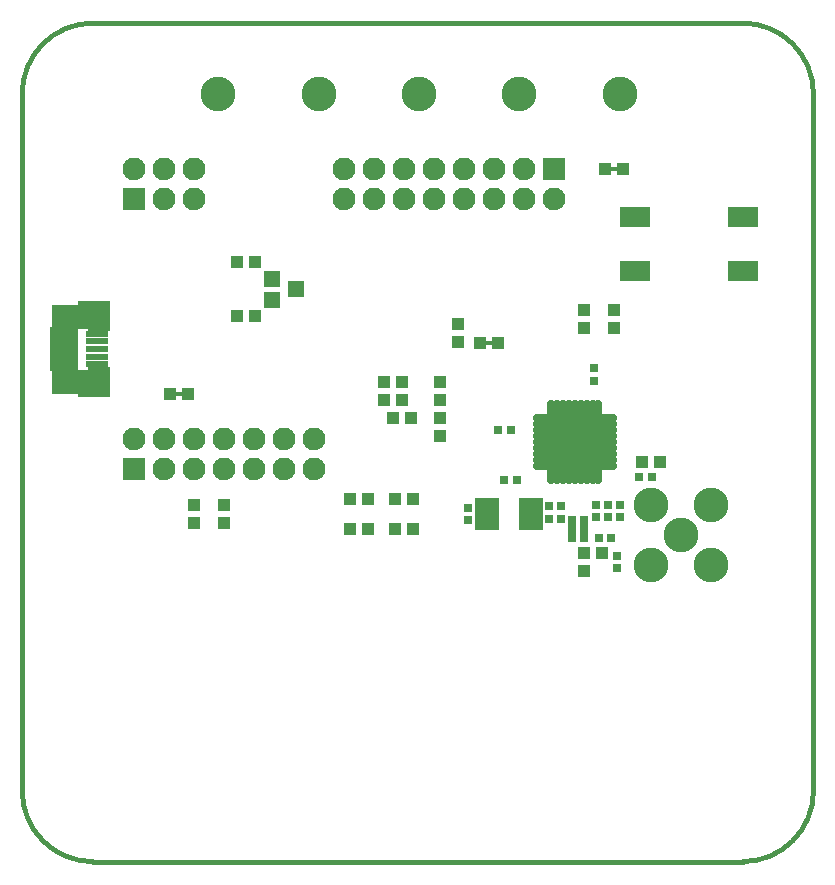
<source format=gts>
G04 #@! TF.FileFunction,Soldermask,Top*
%FSLAX46Y46*%
G04 Gerber Fmt 4.6, Leading zero omitted, Abs format (unit mm)*
G04 Created by KiCad (PCBNEW 4.0.2+e4-6225~38~ubuntu15.10.1-stable) date Thu 22 Jun 2017 11:13:15 SAST*
%MOMM*%
G01*
G04 APERTURE LIST*
%ADD10C,0.150000*%
%ADD11C,0.381000*%
%ADD12R,2.105660X2.806700*%
%ADD13R,1.953260X0.601980*%
%ADD14R,2.473960X1.831340*%
%ADD15R,1.856740X2.547620*%
%ADD16R,1.041400X2.232660*%
%ADD17R,3.241040X2.006600*%
%ADD18C,2.006600*%
%ADD19C,1.856740*%
%ADD20C,2.946400*%
%ADD21R,2.506980X1.805940*%
%ADD22R,1.320800X1.320800*%
%ADD23R,1.930400X1.930400*%
%ADD24C,1.930400*%
%ADD25R,0.736600X0.815340*%
%ADD26R,1.066800X1.066800*%
%ADD27R,0.914400X0.457200*%
%ADD28R,0.762000X0.711200*%
%ADD29R,0.711200X0.762000*%
%ADD30O,0.685800X1.407160*%
%ADD31O,1.407160X0.685800*%
%ADD32R,1.877060X1.877060*%
%ADD33C,1.805940*%
G04 APERTURE END LIST*
D10*
D11*
X115000000Y-139000000D02*
G75*
G03X121000000Y-145000000I6000000J0D01*
G01*
X176000000Y-145000000D02*
G75*
G03X182000000Y-139000000I0J6000000D01*
G01*
X121000000Y-74000000D02*
G75*
G03X115000000Y-80000000I0J-6000000D01*
G01*
X182000000Y-80000000D02*
G75*
G03X176000000Y-74000000I-6000000J0D01*
G01*
X115000000Y-139000000D02*
X115000000Y-80000000D01*
X176000000Y-74000000D02*
X121000000Y-74000000D01*
X182000000Y-139000000D02*
X182000000Y-80000000D01*
X121000000Y-145000000D02*
X176000000Y-145000000D01*
D12*
X154360880Y-115570000D03*
X158059120Y-115570000D03*
D13*
X121363740Y-100299520D03*
X121363740Y-100949760D03*
X121363740Y-101600000D03*
X121363740Y-102250240D03*
X121363740Y-102900480D03*
D14*
X118506240Y-100637340D03*
X118506240Y-102562660D03*
D15*
X121513600Y-98770440D03*
X121513600Y-104429560D03*
D16*
X120210580Y-98612960D03*
X120210580Y-104587040D03*
D17*
X119110760Y-98849180D03*
X119110760Y-104350820D03*
D18*
X118539260Y-98849180D03*
X118539260Y-104350820D03*
D19*
X121511060Y-99113340D03*
X121511060Y-104086660D03*
D20*
X140091160Y-80010000D03*
X165590220Y-80010000D03*
X157088840Y-80010000D03*
X148590000Y-80010000D03*
X131589780Y-80010000D03*
D21*
X175999140Y-94960440D03*
X166900860Y-94960440D03*
X175999140Y-90459560D03*
X166900860Y-90459560D03*
D22*
X136144000Y-97409000D03*
X136144000Y-95631000D03*
X138176000Y-96520000D03*
D20*
X170815000Y-117348000D03*
X168275000Y-114808000D03*
X168275000Y-119888000D03*
X173355000Y-119888000D03*
X173355000Y-114808000D03*
D23*
X160020000Y-86360000D03*
D24*
X160020000Y-88900000D03*
X157480000Y-86360000D03*
X157480000Y-88900000D03*
X154940000Y-86360000D03*
X154940000Y-88900000D03*
X152400000Y-86360000D03*
X152400000Y-88900000D03*
X149860000Y-86360000D03*
X149860000Y-88900000D03*
X147320000Y-86360000D03*
X147320000Y-88900000D03*
X144780000Y-86360000D03*
X144780000Y-88900000D03*
X142240000Y-86360000D03*
X142240000Y-88900000D03*
D23*
X124460000Y-111760000D03*
D24*
X124460000Y-109220000D03*
X127000000Y-111760000D03*
X127000000Y-109220000D03*
X129540000Y-111760000D03*
X129540000Y-109220000D03*
X132080000Y-111760000D03*
X132080000Y-109220000D03*
X134620000Y-111760000D03*
X134620000Y-109220000D03*
X137160000Y-111760000D03*
X137160000Y-109220000D03*
X139700000Y-111760000D03*
X139700000Y-109220000D03*
D23*
X124460000Y-88900000D03*
D24*
X124460000Y-86360000D03*
X127000000Y-88900000D03*
X127000000Y-86360000D03*
X129540000Y-88900000D03*
X129540000Y-86360000D03*
D25*
X162547300Y-117500400D03*
X162547300Y-116840000D03*
X162547300Y-116179600D03*
X161556700Y-116179600D03*
X161556700Y-116840000D03*
X161556700Y-117500400D03*
D26*
X165100000Y-99822000D03*
X165100000Y-98298000D03*
X142748000Y-114300000D03*
X144272000Y-114300000D03*
X142748000Y-116840000D03*
X144272000Y-116840000D03*
X164338000Y-86360000D03*
X165862000Y-86360000D03*
D27*
X165100000Y-86360000D03*
D26*
X155321000Y-101092000D03*
X153797000Y-101092000D03*
D27*
X154559000Y-101092000D03*
D26*
X129032000Y-105410000D03*
X127508000Y-105410000D03*
D27*
X128270000Y-105410000D03*
D26*
X148082000Y-116840000D03*
X146558000Y-116840000D03*
X148082000Y-114300000D03*
X146558000Y-114300000D03*
X132080000Y-114808000D03*
X132080000Y-116332000D03*
X147955000Y-107442000D03*
X146431000Y-107442000D03*
X147193000Y-105918000D03*
X145669000Y-105918000D03*
X147193000Y-104394000D03*
X145669000Y-104394000D03*
X162560000Y-99822000D03*
X162560000Y-98298000D03*
X133223000Y-94234000D03*
X134747000Y-94234000D03*
X133223000Y-98806000D03*
X134747000Y-98806000D03*
X162560000Y-120396000D03*
X162560000Y-118872000D03*
X167513000Y-111125000D03*
X169037000Y-111125000D03*
X129540000Y-116332000D03*
X129540000Y-114808000D03*
D28*
X165354000Y-119100600D03*
X165354000Y-120167400D03*
D29*
X168300400Y-112395000D03*
X167233600Y-112395000D03*
D28*
X164592000Y-114782600D03*
X164592000Y-115849400D03*
X163449000Y-104292400D03*
X163449000Y-103225600D03*
X163576000Y-114782600D03*
X163576000Y-115849400D03*
D29*
X164871400Y-117602000D03*
X163804600Y-117602000D03*
X156870400Y-112649000D03*
X155803600Y-112649000D03*
D28*
X160655000Y-114909600D03*
X160655000Y-115976400D03*
X152781000Y-115036600D03*
X152781000Y-116103400D03*
X159639000Y-115976400D03*
X159639000Y-114909600D03*
D29*
X156362400Y-108458000D03*
X155295600Y-108458000D03*
D26*
X162560000Y-118872000D03*
X164084000Y-118872000D03*
D28*
X165608000Y-115849400D03*
X165608000Y-114782600D03*
D26*
X150368000Y-105918000D03*
X150368000Y-104394000D03*
X150368000Y-107442000D03*
X150368000Y-108966000D03*
X151892000Y-99441000D03*
X151892000Y-100965000D03*
D30*
X163796980Y-106573320D03*
X163299140Y-106573320D03*
X162798760Y-106573320D03*
X162298380Y-106573320D03*
X161798000Y-106573320D03*
X161297620Y-106573320D03*
X160797240Y-106573320D03*
X160296860Y-106573320D03*
X159799020Y-106573320D03*
D31*
X158897320Y-107475020D03*
X158897320Y-107972860D03*
X158897320Y-108473240D03*
X158897320Y-108973620D03*
X158897320Y-109474000D03*
X158897320Y-109974380D03*
X158897320Y-110474760D03*
X158897320Y-110975140D03*
X158897320Y-111472980D03*
D30*
X159799020Y-112374680D03*
X160296860Y-112374680D03*
X160797240Y-112374680D03*
X161297620Y-112374680D03*
X161798000Y-112374680D03*
X162298380Y-112374680D03*
X162798760Y-112374680D03*
X163299140Y-112374680D03*
X163796980Y-112374680D03*
D31*
X164698680Y-111472980D03*
X164698680Y-110975140D03*
X164698680Y-110474760D03*
X164698680Y-109974380D03*
X164698680Y-109474000D03*
X164698680Y-108973620D03*
X164698680Y-108473240D03*
X164698680Y-107972860D03*
X164698680Y-107475020D03*
D32*
X161798000Y-109474000D03*
X161798000Y-110934500D03*
X161798000Y-108013500D03*
X163258500Y-109474000D03*
X160337500Y-109474000D03*
X163258500Y-110934500D03*
X163258500Y-108013500D03*
X160337500Y-108013500D03*
X160337500Y-110934500D03*
D33*
X163258500Y-110934500D03*
X163258500Y-109474000D03*
X163258500Y-108013500D03*
X161798000Y-108013500D03*
X161798000Y-109474000D03*
X161798000Y-110934500D03*
X160337500Y-108013500D03*
X160337500Y-109474000D03*
X160337500Y-110934500D03*
M02*

</source>
